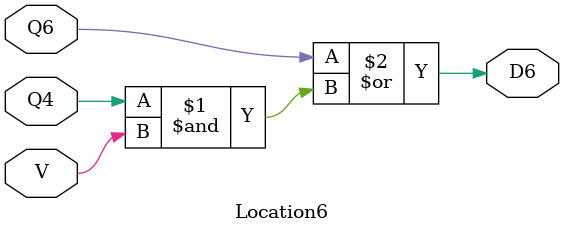
<source format=v>
`timescale 1ns / 1ps


module Location6(input Q4, Q6, V, output D6);

    assign D6 = Q6 | (Q4 & V);

endmodule

</source>
